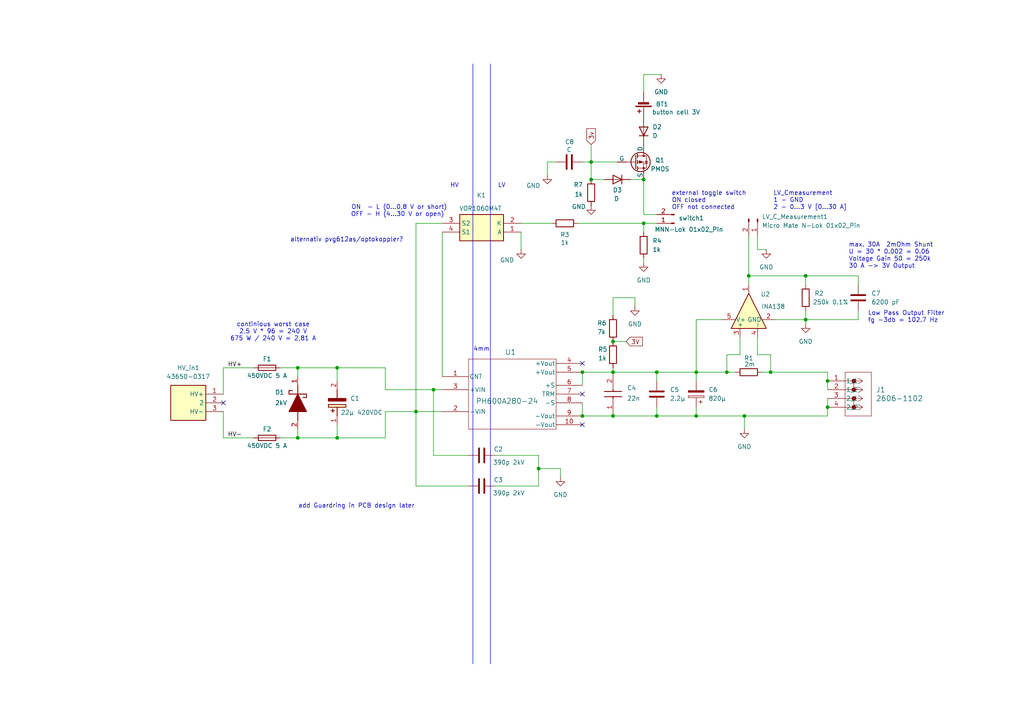
<source format=kicad_sch>
(kicad_sch (version 20231120) (generator "eeschema") (generator_version "8.0")
  (paper "A4")
  (lib_symbols
    (symbol "2024-11-18_21-41-11:PH600A280-24" (pin_names (offset 0.254))
      (property "Reference" "U" (at 20.32 -1.778 0))
      (property "Value" "PH600A280-24" (at 19.558 -6.096 0))
      (symbol "PH600A280-24_0_1"
        (polyline (pts (xy 7.62 -15.24) (xy 33.02 -15.24)) (stroke (width 0.127)))
        (polyline (pts (xy 7.62 5.08) (xy 7.62 -15.24)) (stroke (width 0.127)))
        (polyline (pts (xy 33.02 -15.24) (xy 33.02 5.08)) (stroke (width 0.127)))
        (polyline (pts (xy 33.02 5.08) (xy 7.62 5.08)) (stroke (width 0.127)))
      )
      (symbol "PH600A280-24_1_1"
        (pin input line (at 0 0 0) (length 7.62) (name "CNT") (number "1"))
        (pin power_out line (at 40.64 -13.97 180) (length 7.62) (name "-Vout") (number "10"))
        (pin power_in line (at 0 -10.16 0) (length 7.62) (name "-VIN") (number "2"))
        (pin power_in line (at 0 -3.81 0) (length 7.62) (name "+VIN") (number "3"))
        (pin power_out line (at 40.64 3.81 180) (length 7.62) (name "+Vout") (number "4"))
        (pin power_out line (at 40.64 1.27 180) (length 7.62) (name "+Vout") (number "5"))
        (pin input line (at 40.64 -2.54 180) (length 7.62) (name "+S") (number "6"))
        (pin input line (at 40.64 -5.08 180) (length 7.62) (name "TRM") (number "7"))
        (pin input line (at 40.64 -7.62 180) (length 7.62) (name "-S") (number "8"))
        (pin power_out line (at 40.64 -11.43 180) (length 7.62) (name "-Vout") (number "9"))
      )
    )
    (symbol "2024-11-26_19-54-55:2606-1102" (pin_names (offset 0.254))
      (property "Reference" "J" (at 8.89 6.35 0))
      (property "Value" "2606-1102" (at 0 0 0))
      (symbol "2606-1102_1_1"
        (polyline (pts (xy 5.08 -10.16) (xy 12.7 -10.16)) (stroke (width 0.127)))
        (polyline (pts (xy 5.08 2.54) (xy 5.08 -10.16)) (stroke (width 0.127)))
        (polyline (pts (xy 7.62 -5.08) (xy 7.62 -7.62)) (stroke (width 0.127)))
        (polyline (pts (xy 7.62 0) (xy 7.62 -2.54)) (stroke (width 0.127)))
        (polyline (pts (xy 10.16 -7.62) (xy 5.08 -7.62)) (stroke (width 0.127)))
        (polyline (pts (xy 10.16 -7.62) (xy 8.89 -8.4667)) (stroke (width 0.127)))
        (polyline (pts (xy 10.16 -7.62) (xy 8.89 -6.7733)) (stroke (width 0.127)))
        (polyline (pts (xy 10.16 -5.08) (xy 5.08 -5.08)) (stroke (width 0.127)))
        (polyline (pts (xy 10.16 -5.08) (xy 8.89 -5.9267)) (stroke (width 0.127)))
        (polyline (pts (xy 10.16 -5.08) (xy 8.89 -4.2333)) (stroke (width 0.127)))
        (polyline (pts (xy 10.16 -2.54) (xy 5.08 -2.54)) (stroke (width 0.127)))
        (polyline (pts (xy 10.16 -2.54) (xy 8.89 -3.3867)) (stroke (width 0.127)))
        (polyline (pts (xy 10.16 -2.54) (xy 8.89 -1.6933)) (stroke (width 0.127)))
        (polyline (pts (xy 10.16 0) (xy 5.08 0)) (stroke (width 0.127)))
        (polyline (pts (xy 10.16 0) (xy 8.89 -0.8467)) (stroke (width 0.127)))
        (polyline (pts (xy 10.16 0) (xy 8.89 0.8467)) (stroke (width 0.127)))
        (polyline (pts (xy 12.7 -10.16) (xy 12.7 2.54)) (stroke (width 0.127)))
        (polyline (pts (xy 12.7 2.54) (xy 5.08 2.54)) (stroke (width 0.127)))
        (circle (center 7.62 -7.62) (radius 0.127) (stroke (width 0.508)))
        (circle (center 7.62 -5.08) (radius 0.127) (stroke (width 0.508)))
        (circle (center 7.62 -2.54) (radius 0.127) (stroke (width 0.508)))
        (circle (center 7.62 0) (radius 0.127) (stroke (width 0.508)))
        (pin unspecified line (at 0 0 0) (length 5.08) (name "1_1") (number "1"))
        (pin unspecified line (at 0 -2.54 0) (length 5.08) (name "1_2") (number "2"))
        (pin unspecified line (at 0 -5.08 0) (length 5.08) (name "2_1") (number "3"))
        (pin unspecified line (at 0 -7.62 0) (length 5.08) (name "2_2") (number "4"))
      )
      (symbol "2606-1102_1_2"
        (polyline (pts (xy 5.08 -10.16) (xy 12.7 -10.16)) (stroke (width 0.127)))
        (polyline (pts (xy 5.08 2.54) (xy 5.08 -10.16)) (stroke (width 0.127)))
        (polyline (pts (xy 7.62 -5.08) (xy 7.62 -7.62)) (stroke (width 0.127)))
        (polyline (pts (xy 7.62 0) (xy 7.62 -2.54)) (stroke (width 0.127)))
        (polyline (pts (xy 10.16 -7.62) (xy 5.08 -7.62)) (stroke (width 0.127)))
        (polyline (pts (xy 10.16 -7.62) (xy 8.89 -8.4667)) (stroke (width 0.127)))
        (polyline (pts (xy 10.16 -7.62) (xy 8.89 -6.7733)) (stroke (width 0.127)))
        (polyline (pts (xy 10.16 -5.08) (xy 5.08 -5.08)) (stroke (width 0.127)))
        (polyline (pts (xy 10.16 -5.08) (xy 8.89 -5.9267)) (stroke (width 0.127)))
        (polyline (pts (xy 10.16 -5.08) (xy 8.89 -4.2333)) (stroke (width 0.127)))
        (polyline (pts (xy 10.16 -2.54) (xy 5.08 -2.54)) (stroke (width 0.127)))
        (polyline (pts (xy 10.16 -2.54) (xy 8.89 -3.3867)) (stroke (width 0.127)))
        (polyline (pts (xy 10.16 -2.54) (xy 8.89 -1.6933)) (stroke (width 0.127)))
        (polyline (pts (xy 10.16 0) (xy 5.08 0)) (stroke (width 0.127)))
        (polyline (pts (xy 10.16 0) (xy 8.89 -0.8467)) (stroke (width 0.127)))
        (polyline (pts (xy 10.16 0) (xy 8.89 0.8467)) (stroke (width 0.127)))
        (polyline (pts (xy 12.7 -10.16) (xy 12.7 2.54)) (stroke (width 0.127)))
        (polyline (pts (xy 12.7 2.54) (xy 5.08 2.54)) (stroke (width 0.127)))
        (circle (center 7.62 -7.62) (radius 0.127) (stroke (width 0.508)))
        (circle (center 7.62 -5.08) (radius 0.127) (stroke (width 0.508)))
        (circle (center 7.62 -2.54) (radius 0.127) (stroke (width 0.508)))
        (circle (center 7.62 0) (radius 0.127) (stroke (width 0.508)))
        (pin unspecified line (at 0 0 0) (length 5.08) (name "1_1") (number "1"))
        (pin unspecified line (at 0 -2.54 0) (length 5.08) (name "1_2") (number "2"))
        (pin unspecified line (at 0 -5.08 0) (length 5.08) (name "2_1") (number "3"))
        (pin unspecified line (at 0 -7.62 0) (length 5.08) (name "2_2") (number "4"))
      )
    )
    (symbol "43650-0317:43650-0317"
      (property "Reference" "J1" (at 10.16 -12.7 0))
      (property "Value" "43650-0317" (at 10.16 -10.16 0))
      (symbol "43650-0317_1_1"
        (rectangle (start 5.08 2.54) (end 15.24 -7.62) (stroke (width 0.254)) (fill (type background)))
        (pin power_out line (at 0 -5.08 0) (length 5.08) (name "HV+") (number "1"))
        (pin passive line (at 0 -2.54 0) (length 5.08) (name "2") (number "2"))
        (pin power_out line (at 0 0 0) (length 5.08) (name "HV-") (number "3"))
      )
    )
    (symbol "Amplifier_Current:INA138" (pin_names (offset 0.127))
      (property "Reference" "U" (at 3.81 5.08 0))
      (property "Value" "INA138" (at 3.81 2.54 0))
      (symbol "INA138_0_1"
        (polyline (pts (xy -5.08 5.08) (xy 5.08 0) (xy -5.08 -5.08) (xy -5.08 5.08)) (stroke (width 0.254)) (fill (type background)))
      )
      (symbol "INA138_1_1"
        (pin output line (at 7.62 0 180) (length 2.54) (name "~") (number "1"))
        (pin power_in line (at -2.54 -7.62 90) (length 3.81) (name "GND") (number "2"))
        (pin input line (at -7.62 2.54 0) (length 2.54) (name "+") (number "3"))
        (pin input line (at -7.62 -2.54 0) (length 2.54) (name "-") (number "4"))
        (pin power_in line (at -2.54 7.62 270) (length 3.81) (name "V+") (number "5"))
      )
    )
    (symbol "CD214A-R12000R:CD214A-R12000R" (pin_names hide)
      (property "Reference" "D" (at 12.7 8.89 0))
      (property "Value" "CD214A-R12000R" (at 12.7 6.35 0))
      (symbol "CD214A-R12000R_1_1"
        (polyline (pts (xy 5.08 0) (xy 7.62 0)) (stroke (width 0.254)))
        (polyline (pts (xy 6.604 -1.524) (xy 6.604 -2.54)) (stroke (width 0.254)))
        (polyline (pts (xy 7.62 -2.54) (xy 6.604 -2.54)) (stroke (width 0.254)))
        (polyline (pts (xy 7.62 2.54) (xy 7.62 -2.54)) (stroke (width 0.254)))
        (polyline (pts (xy 7.62 2.54) (xy 8.636 2.54)) (stroke (width 0.254)))
        (polyline (pts (xy 8.636 1.524) (xy 8.636 2.54)) (stroke (width 0.254)))
        (polyline (pts (xy 12.7 0) (xy 15.24 0)) (stroke (width 0.254)))
        (polyline (pts (xy 7.62 0) (xy 12.7 2.54) (xy 12.7 -2.54) (xy 7.62 0)) (stroke (width 0.254)) (fill (type outline)))
        (pin passive line (at 2.54 0 0) (length 2.54) (name "K") (number "1"))
        (pin passive line (at 17.78 0 180) (length 2.54) (name "A") (number "2"))
      )
    )
    (symbol "Connector:Conn_01x02_Pin" (pin_names (offset 1.016) hide)
      (property "Reference" "J" (at 0 2.54 0))
      (property "Value" "Conn_01x02_Pin" (at 0 -5.08 0))
      (symbol "Conn_01x02_Pin_1_1"
        (polyline (pts (xy 1.27 -2.54) (xy 0.8636 -2.54)) (stroke (width 0.1524)))
        (polyline (pts (xy 1.27 0) (xy 0.8636 0)) (stroke (width 0.1524)))
        (rectangle (start 0.8636 -2.413) (end 0 -2.667) (stroke (width 0.1524)) (fill (type outline)))
        (rectangle (start 0.8636 0.127) (end 0 -0.127) (stroke (width 0.1524)) (fill (type outline)))
        (pin passive line (at 5.08 0 180) (length 3.81) (name "Pin_1") (number "1"))
        (pin passive line (at 5.08 -2.54 180) (length 3.81) (name "Pin_2") (number "2"))
      )
    )
    (symbol "Device:Battery_Cell" (pin_numbers hide) (pin_names (offset 0) hide)
      (property "Reference" "BT" (at 2.54 2.54 0))
      (property "Value" "Battery_Cell" (at 2.54 0 0))
      (symbol "Battery_Cell_0_1"
        (rectangle (start -2.286 1.778) (end 2.286 1.524) (fill (type outline)))
        (rectangle (start -1.524 1.016) (end 1.524 0.508) (fill (type outline)))
        (polyline (pts (xy 0 0.762) (xy 0 0)))
        (polyline (pts (xy 0 1.778) (xy 0 2.54)))
        (polyline (pts (xy 0.762 3.048) (xy 1.778 3.048)) (stroke (width 0.254)))
        (polyline (pts (xy 1.27 3.556) (xy 1.27 2.54)) (stroke (width 0.254)))
      )
      (symbol "Battery_Cell_1_1"
        (pin passive line (at 0 5.08 270) (length 2.54) (name "+") (number "1"))
        (pin passive line (at 0 -2.54 90) (length 2.54) (name "-") (number "2"))
      )
    )
    (symbol "Device:C" (pin_numbers hide) (pin_names (offset 0.254))
      (property "Reference" "C" (at 0.635 2.54 0))
      (property "Value" "C" (at 0.635 -2.54 0))
      (symbol "C_0_1"
        (polyline (pts (xy -2.032 -0.762) (xy 2.032 -0.762)) (stroke (width 0.508)))
        (polyline (pts (xy -2.032 0.762) (xy 2.032 0.762)) (stroke (width 0.508)))
      )
      (symbol "C_1_1"
        (pin passive line (at 0 3.81 270) (length 2.794) (name "~") (number "1"))
        (pin passive line (at 0 -3.81 90) (length 2.794) (name "~") (number "2"))
      )
    )
    (symbol "Device:C_Polarized" (pin_numbers hide) (pin_names (offset 0.254))
      (property "Reference" "C" (at 0.635 2.54 0))
      (property "Value" "C_Polarized" (at 0.635 -2.54 0))
      (symbol "C_Polarized_0_1"
        (rectangle (start -2.286 0.508) (end 2.286 1.016))
        (polyline (pts (xy -1.778 2.286) (xy -0.762 2.286)))
        (polyline (pts (xy -1.27 2.794) (xy -1.27 1.778)))
        (rectangle (start 2.286 -0.508) (end -2.286 -1.016) (fill (type outline)))
      )
      (symbol "C_Polarized_1_1"
        (pin passive line (at 0 3.81 270) (length 2.794) (name "~") (number "1"))
        (pin passive line (at 0 -3.81 90) (length 2.794) (name "~") (number "2"))
      )
    )
    (symbol "Device:D" (pin_numbers hide) (pin_names (offset 1.016) hide)
      (property "Reference" "D" (at 0 2.54 0))
      (property "Value" "D" (at 0 -2.54 0))
      (symbol "D_0_1"
        (polyline (pts (xy -1.27 1.27) (xy -1.27 -1.27)) (stroke (width 0.254)))
        (polyline (pts (xy 1.27 0) (xy -1.27 0)))
        (polyline (pts (xy 1.27 1.27) (xy 1.27 -1.27) (xy -1.27 0) (xy 1.27 1.27)) (stroke (width 0.254)))
      )
      (symbol "D_1_1"
        (pin passive line (at -3.81 0 0) (length 2.54) (name "K") (number "1"))
        (pin passive line (at 3.81 0 180) (length 2.54) (name "A") (number "2"))
      )
    )
    (symbol "Device:Fuse" (pin_numbers hide) (pin_names (offset 0))
      (property "Reference" "F" (at 2.032 0 90))
      (property "Value" "Fuse" (at -1.905 0 90))
      (symbol "Fuse_0_1"
        (rectangle (start -0.762 -2.54) (end 0.762 2.54) (stroke (width 0.254)))
        (polyline (pts (xy 0 2.54) (xy 0 -2.54)))
      )
      (symbol "Fuse_1_1"
        (pin passive line (at 0 3.81 270) (length 1.27) (name "~") (number "1"))
        (pin passive line (at 0 -3.81 90) (length 1.27) (name "~") (number "2"))
      )
    )
    (symbol "Device:R" (pin_numbers hide) (pin_names (offset 0))
      (property "Reference" "R" (at 2.032 0 90))
      (property "Value" "R" (at 0 0 90))
      (symbol "R_0_1"
        (rectangle (start -1.016 -2.54) (end 1.016 2.54) (stroke (width 0.254)))
      )
      (symbol "R_1_1"
        (pin passive line (at 0 3.81 270) (length 1.27) (name "~") (number "1"))
        (pin passive line (at 0 -3.81 90) (length 1.27) (name "~") (number "2"))
      )
    )
    (symbol "ECW-U2223JC9:ECW-U2223JC9" (pin_names hide)
      (property "Reference" "C" (at 8.89 6.35 0))
      (property "Value" "ECW-U2223JC9" (at 8.89 3.81 0))
      (symbol "ECW-U2223JC9_1_1"
        (polyline (pts (xy 5.08 0) (xy 5.588 0)) (stroke (width 0.254)))
        (polyline (pts (xy 5.588 2.54) (xy 5.588 -2.54)) (stroke (width 0.254)))
        (polyline (pts (xy 7.112 0) (xy 7.62 0)) (stroke (width 0.254)))
        (polyline (pts (xy 7.112 2.54) (xy 7.112 -2.54)) (stroke (width 0.254)))
        (pin passive line (at 0 0 0) (length 5.08) (name "1") (number "1"))
        (pin passive line (at 12.7 0 180) (length 5.08) (name "2") (number "2"))
      )
    )
    (symbol "Simulation_SPICE:PMOS" (pin_numbers hide) (pin_names (offset 0))
      (property "Reference" "Q" (at 5.08 1.27 0))
      (property "Value" "PMOS" (at 5.08 -1.27 0))
      (symbol "PMOS_0_1"
        (polyline (pts (xy 0.254 0) (xy -2.54 0)))
        (polyline (pts (xy 0.254 1.905) (xy 0.254 -1.905)) (stroke (width 0.254)))
        (polyline (pts (xy 0.762 -1.27) (xy 0.762 -2.286)) (stroke (width 0.254)))
        (polyline (pts (xy 0.762 0.508) (xy 0.762 -0.508)) (stroke (width 0.254)))
        (polyline (pts (xy 0.762 2.286) (xy 0.762 1.27)) (stroke (width 0.254)))
        (polyline (pts (xy 2.54 2.54) (xy 2.54 1.778)))
        (polyline (pts (xy 2.54 -2.54) (xy 2.54 0) (xy 0.762 0)))
        (polyline (pts (xy 0.762 1.778) (xy 3.302 1.778) (xy 3.302 -1.778) (xy 0.762 -1.778)))
        (polyline (pts (xy 2.286 0) (xy 1.27 0.381) (xy 1.27 -0.381) (xy 2.286 0)) (fill (type outline)))
        (polyline (pts (xy 2.794 -0.508) (xy 2.921 -0.381) (xy 3.683 -0.381) (xy 3.81 -0.254)))
        (polyline (pts (xy 3.302 -0.381) (xy 2.921 0.254) (xy 3.683 0.254) (xy 3.302 -0.381)))
        (circle (center 1.651 0) (radius 2.794) (stroke (width 0.254)))
        (circle (center 2.54 -1.778) (radius 0.254) (fill (type outline)))
        (circle (center 2.54 1.778) (radius 0.254) (fill (type outline)))
      )
      (symbol "PMOS_1_1"
        (pin passive line (at 2.54 5.08 270) (length 2.54) (name "D") (number "1"))
        (pin input line (at -5.08 0 0) (length 2.54) (name "G") (number "2"))
        (pin passive line (at 2.54 -5.08 90) (length 2.54) (name "S") (number "3"))
      )
    )
    (symbol "UCYW6220MHD:UCYW6220MHD" (pin_names hide)
      (property "Reference" "C" (at 8.89 6.35 0))
      (property "Value" "UCYW6220MHD" (at 8.89 3.81 0))
      (symbol "UCYW6220MHD_1_1"
        (polyline (pts (xy 2.54 0) (xy 5.08 0)) (stroke (width 0.254)))
        (polyline (pts (xy 4.064 1.778) (xy 4.064 0.762)) (stroke (width 0.254)))
        (polyline (pts (xy 4.572 1.27) (xy 3.556 1.27)) (stroke (width 0.254)))
        (polyline (pts (xy 7.62 0) (xy 10.16 0)) (stroke (width 0.254)))
        (polyline (pts (xy 7.62 2.54) (xy 7.62 -2.54) (xy 6.858 -2.54) (xy 6.858 2.54) (xy 7.62 2.54)) (stroke (width 0.254)) (fill (type outline)))
        (rectangle (start 5.08 2.54) (end 5.842 -2.54) (stroke (width 0.254)) (fill (type background)))
        (pin passive line (at 0 0 0) (length 2.54) (name "+") (number "1"))
        (pin passive line (at 12.7 0 180) (length 2.54) (name "-") (number "2"))
      )
    )
    (symbol "VOR1060M4T:VOR1060M4T"
      (property "Reference" "K" (at 19.05 7.62 0))
      (property "Value" "VOR1060M4T" (at 19.05 5.08 0))
      (symbol "VOR1060M4T_1_1"
        (rectangle (start 5.08 2.54) (end 17.78 -5.08) (stroke (width 0.254)) (fill (type background)))
        (pin passive line (at 0 0 0) (length 5.08) (name "A") (number "1"))
        (pin passive line (at 0 -2.54 0) (length 5.08) (name "K") (number "2"))
        (pin passive line (at 22.86 -2.54 180) (length 5.08) (name "S2") (number "3"))
        (pin passive line (at 22.86 0 180) (length 5.08) (name "S1") (number "4"))
      )
    )
    (symbol "power:GND" (power) (pin_numbers hide) (pin_names (offset 0) hide)
      (property "Value" "GND" (at 0 -3.81 0))
      (symbol "GND_0_1"
        (polyline (pts (xy 0 0) (xy 0 -1.27) (xy 1.27 -1.27) (xy 0 -2.54) (xy -1.27 -1.27) (xy 0 -1.27)))
      )
      (symbol "GND_1_1"
        (pin power_in line (at 0 0 270) (length 0) (name "~") (number "1"))
      )
    )
  )
  (junction (at 168.91 107.95))
  (junction (at 240.03 110.49))
  (junction (at 171.45 52.07))
  (junction (at 186.69 64.77))
  (junction (at 171.45 46.99))
  (junction (at 210.82 107.95))
  (junction (at 223.52 107.95))
  (junction (at 215.9 120.65))
  (junction (at 201.93 120.65))
  (junction (at 86.36 106.68))
  (junction (at 233.68 92.71))
  (junction (at 177.8 107.95))
  (junction (at 125.73 113.03))
  (junction (at 177.8 120.65))
  (junction (at 240.03 118.11))
  (junction (at 156.21 135.89))
  (junction (at 190.5 120.65))
  (junction (at 186.69 52.07))
  (junction (at 97.79 127))
  (junction (at 201.93 107.95))
  (junction (at 177.8 99.06))
  (junction (at 190.5 107.95))
  (junction (at 217.17 80.01))
  (junction (at 97.79 106.68))
  (junction (at 120.65 119.38))
  (junction (at 168.91 120.65))
  (junction (at 233.68 80.01))
  (junction (at 86.36 127))
  (no_connect (at 64.77 116.84))
  (no_connect (at 168.91 114.3))
  (no_connect (at 168.91 105.41))
  (no_connect (at 168.91 123.19))
  (wire (pts (xy 215.9 120.65) (xy 215.9 124.46)))
  (wire (pts (xy 111.76 127) (xy 111.76 119.38)))
  (wire (pts (xy 97.79 110.49) (xy 97.79 106.68)))
  (wire (pts (xy 201.93 120.65) (xy 215.9 120.65)))
  (wire (pts (xy 186.69 67.31) (xy 186.69 64.77)))
  (wire (pts (xy 120.65 140.97) (xy 120.65 119.38)))
  (wire (pts (xy 201.93 92.71) (xy 209.55 92.71)))
  (wire (pts (xy 86.36 124.46) (xy 86.36 127)))
  (wire (pts (xy 81.28 106.68) (xy 86.36 106.68)))
  (wire (pts (xy 240.03 118.11) (xy 240.03 120.65)))
  (wire (pts (xy 97.79 106.68) (xy 111.76 106.68)))
  (wire (pts (xy 223.52 107.95) (xy 240.03 107.95)))
  (wire (pts (xy 168.91 107.95) (xy 168.91 111.76)))
  (wire (pts (xy 158.75 46.99) (xy 158.75 50.8)))
  (wire (pts (xy 111.76 119.38) (xy 120.65 119.38)))
  (wire (pts (xy 201.93 92.71) (xy 201.93 107.95)))
  (wire (pts (xy 214.63 97.79) (xy 214.63 102.87)))
  (wire (pts (xy 214.63 102.87) (xy 210.82 102.87)))
  (wire (pts (xy 171.45 41.91) (xy 171.45 46.99)))
  (wire (pts (xy 135.89 140.97) (xy 120.65 140.97)))
  (wire (pts (xy 151.13 64.77) (xy 160.02 64.77)))
  (polyline (pts (xy 137.16 18.542) (xy 137.16 192.532)))
  (wire (pts (xy 177.8 99.06) (xy 181.61 99.06)))
  (wire (pts (xy 151.13 67.31) (xy 151.13 72.39)))
  (wire (pts (xy 215.9 120.65) (xy 240.03 120.65)))
  (wire (pts (xy 168.91 46.99) (xy 171.45 46.99)))
  (wire (pts (xy 223.52 102.87) (xy 223.52 107.95)))
  (wire (pts (xy 233.68 80.01) (xy 248.92 80.01)))
  (wire (pts (xy 190.5 120.65) (xy 201.93 120.65)))
  (wire (pts (xy 81.28 127) (xy 86.36 127)))
  (wire (pts (xy 162.56 135.89) (xy 156.21 135.89)))
  (wire (pts (xy 86.36 106.68) (xy 97.79 106.68)))
  (wire (pts (xy 171.45 46.99) (xy 171.45 52.07)))
  (wire (pts (xy 186.69 62.23) (xy 190.5 62.23)))
  (wire (pts (xy 186.69 52.07) (xy 186.69 62.23)))
  (wire (pts (xy 120.65 64.77) (xy 120.65 119.38)))
  (wire (pts (xy 190.5 107.95) (xy 190.5 110.49)))
  (wire (pts (xy 156.21 132.08) (xy 143.51 132.08)))
  (wire (pts (xy 224.79 92.71) (xy 233.68 92.71)))
  (wire (pts (xy 168.91 120.65) (xy 177.8 120.65)))
  (wire (pts (xy 190.5 118.11) (xy 190.5 120.65)))
  (wire (pts (xy 219.71 102.87) (xy 223.52 102.87)))
  (wire (pts (xy 217.17 80.01) (xy 217.17 82.55)))
  (wire (pts (xy 64.77 127) (xy 73.66 127)))
  (wire (pts (xy 158.75 46.99) (xy 161.29 46.99)))
  (wire (pts (xy 171.45 52.07) (xy 175.26 52.07)))
  (wire (pts (xy 156.21 135.89) (xy 156.21 140.97)))
  (wire (pts (xy 248.92 82.55) (xy 248.92 80.01)))
  (wire (pts (xy 184.15 86.36) (xy 184.15 88.9)))
  (wire (pts (xy 210.82 102.87) (xy 210.82 107.95)))
  (wire (pts (xy 162.56 138.43) (xy 162.56 135.89)))
  (wire (pts (xy 248.92 92.71) (xy 233.68 92.71)))
  (wire (pts (xy 219.71 97.79) (xy 219.71 102.87)))
  (wire (pts (xy 97.79 123.19) (xy 97.79 127)))
  (wire (pts (xy 177.8 107.95) (xy 190.5 107.95)))
  (wire (pts (xy 111.76 113.03) (xy 125.73 113.03)))
  (wire (pts (xy 186.69 74.93) (xy 186.69 76.2)))
  (wire (pts (xy 120.65 119.38) (xy 128.27 119.38)))
  (wire (pts (xy 182.88 52.07) (xy 186.69 52.07)))
  (wire (pts (xy 201.93 118.11) (xy 201.93 120.65)))
  (wire (pts (xy 233.68 92.71) (xy 233.68 90.17)))
  (wire (pts (xy 156.21 132.08) (xy 156.21 135.89)))
  (wire (pts (xy 186.69 64.77) (xy 190.5 64.77)))
  (wire (pts (xy 177.8 91.44) (xy 177.8 86.36)))
  (wire (pts (xy 220.98 107.95) (xy 223.52 107.95)))
  (wire (pts (xy 248.92 90.17) (xy 248.92 92.71)))
  (wire (pts (xy 219.71 68.58) (xy 219.71 72.39)))
  (wire (pts (xy 240.03 107.95) (xy 240.03 110.49)))
  (wire (pts (xy 233.68 80.01) (xy 217.17 80.01)))
  (polyline (pts (xy 142.24 18.542) (xy 142.24 192.532)))
  (wire (pts (xy 177.8 86.36) (xy 184.15 86.36)))
  (wire (pts (xy 86.36 127) (xy 97.79 127)))
  (wire (pts (xy 186.69 21.59) (xy 186.69 26.67)))
  (wire (pts (xy 135.89 132.08) (xy 125.73 132.08)))
  (wire (pts (xy 128.27 67.31) (xy 128.27 109.22)))
  (wire (pts (xy 240.03 115.57) (xy 240.03 118.11)))
  (wire (pts (xy 125.73 113.03) (xy 128.27 113.03)))
  (wire (pts (xy 128.27 64.77) (xy 120.65 64.77)))
  (wire (pts (xy 240.03 110.49) (xy 240.03 113.03)))
  (wire (pts (xy 201.93 107.95) (xy 210.82 107.95)))
  (wire (pts (xy 111.76 106.68) (xy 111.76 113.03)))
  (wire (pts (xy 219.71 72.39) (xy 222.25 72.39)))
  (wire (pts (xy 217.17 68.58) (xy 217.17 80.01)))
  (wire (pts (xy 97.79 127) (xy 111.76 127)))
  (wire (pts (xy 64.77 119.38) (xy 64.77 127)))
  (wire (pts (xy 167.64 64.77) (xy 186.69 64.77)))
  (wire (pts (xy 210.82 107.95) (xy 213.36 107.95)))
  (wire (pts (xy 171.45 46.99) (xy 179.07 46.99)))
  (wire (pts (xy 233.68 80.01) (xy 233.68 82.55)))
  (wire (pts (xy 86.36 106.68) (xy 86.36 109.22)))
  (wire (pts (xy 190.5 107.95) (xy 201.93 107.95)))
  (wire (pts (xy 64.77 106.68) (xy 73.66 106.68)))
  (wire (pts (xy 177.8 106.68) (xy 177.8 107.95)))
  (wire (pts (xy 177.8 120.65) (xy 190.5 120.65)))
  (wire (pts (xy 143.51 140.97) (xy 156.21 140.97)))
  (wire (pts (xy 64.77 106.68) (xy 64.77 114.3)))
  (wire (pts (xy 233.68 92.71) (xy 233.68 93.98)))
  (wire (pts (xy 186.69 21.59) (xy 191.77 21.59)))
  (wire (pts (xy 168.91 116.84) (xy 168.91 120.65)))
  (wire (pts (xy 125.73 132.08) (xy 125.73 113.03)))
  (wire (pts (xy 168.91 107.95) (xy 177.8 107.95)))
  (wire (pts (xy 201.93 107.95) (xy 201.93 110.49)))
  (text "alternativ pvg612as/optokoppler?" (at 100.584 69.596 0) (effects (font (size 1.27 1.27))))
  (text " ON  - L (0...0,8 V or short)\nOFF - H (4...30 V or open)" (at 115.316 61.214 0) (effects (font (size 1.27 1.27))))
  (text "add Guardring in PCB design later" (at 103.378 146.812 0) (effects (font (size 1.27 1.27))))
  (text "max. 30A  2mOhm Shunt \nU = 30 * 0.002 = 0.06\nVoltage Gain 50 = 250k\n30 A -> 3V Output\n" (at 246.126 74.168 0) (effects (font (size 1.27 1.27)) (justify left)))
  (text "external toggle switch\nON closed \nOFF not connected" (at 194.818 58.166 0) (effects (font (size 1.27 1.27)) (justify left)))
  (text "Low Pass Output Filter\nfg -3db = 102.7 Hz" (at 251.714 91.948 0) (effects (font (size 1.27 1.27)) (justify left)))
  (text "continious worst case\n2,5 V * 96 = 240 V\n675 W / 240 V = 2,81 A\n\n\n" (at 79.248 98.298 0) (effects (font (size 1.27 1.27))))
  (text "LV" (at 145.542 53.848 0) (effects (font (size 1.27 1.27))))
  (text "4mm" (at 139.7 101.346 0) (effects (font (size 1.27 1.27))))
  (text "HV" (at 131.826 53.848 0) (effects (font (size 1.27 1.27))))
  (text "LV_Cmeasurement\n1 - GND\n2 - 0...3 V [0...30 A]" (at 224.282 58.166 0) (effects (font (size 1.27 1.27)) (justify left)))
  (label "HV+" (at 66.04 106.68 0))
  (label "HV-" (at 66.04 127 0))
  (global_label "3v" (shape input) (at 171.45 41.91 90) (property "Intersheetrefs" "${INTERSHEET_REFS}" (effects (hide yes))))
  (global_label "3V" (shape input) (at 181.61 99.06 0) (property "Intersheetrefs" "${INTERSHEET_REFS}" (effects (hide yes))))
  (symbol (lib_id "Simulation_SPICE:PMOS") (at 184.15 46.99 0) (unit 1)
    (property "Reference" "Q1" (at 189.992 46.482 0) (effects (justify left)))
    (property "Value" "PMOS" (at 188.722 49.022 0) (effects (justify left)))
    (property "Datasheet" "https://ngspice.sourceforge.io/docs/ngspice-html-manual/manual.xhtml#cha_MOSFETs" (effects (hide yes)))
    (property "Description" "P-MOSFET transistor, drain/source/gate" (effects (hide yes)))
    (property "Sim.Device" "PMOS" (effects (hide yes)))
    (property "Sim.Type" "VDMOS" (effects (hide yes)))
    (property "Sim.Pins" "1=D 2=G 3=S" (effects (hide yes)))
  )
  (symbol (lib_id "power:GND") (at 222.25 72.39 0) (unit 1)
    (property "Reference" "#PWR03" (effects (hide yes)))
    (property "Value" "GND" (at 222.25 77.47 0))
    (property "Description" "Power symbol creates a global label with name \"GND\" , ground" (effects (hide yes)))
  )
  (symbol (lib_id "power:GND") (at 215.9 124.46 0) (unit 1)
    (property "Reference" "#PWR01" (effects (hide yes)))
    (property "Value" "GND" (at 215.9 129.54 0))
    (property "Description" "Power symbol creates a global label with name \"GND\" , ground" (effects (hide yes)))
  )
  (symbol (lib_id "Connector:Conn_01x02_Pin") (at 219.71 63.5 270) (unit 1)
    (property "Reference" "LV_C_Measurement1" (at 220.98 62.8649 90) (effects (justify left)))
    (property "Value" "Micro Mate N-Lok 01x02_Pin" (at 220.98 65.4049 90) (effects (justify left)))
    (property "Footprint" "Connector_Molex:Molex_Micro-Fit_3.0_43650-0224_1x02-1MP_P3.00mm_Vertical" (effects (hide yes)))
    (property "Description" "Generic connector, single row, 01x02, script generated" (effects (hide yes)))
  )
  (symbol (lib_id "VOR1060M4T:VOR1060M4T") (at 151.13 67.31 180) (unit 1)
    (property "Reference" "K1" (at 140.97 56.642 0) (effects (justify left)))
    (property "Value" "VOR1060M4T" (at 145.542 60.452 0) (effects (justify left)))
    (property "Footprint" "VOR1060M4T" (effects (hide yes)))
    (property "Datasheet" "https://www.vishay.com/docs/80406/vor1060m4.pdf" (effects (hide yes)))
    (property "Description" "Solid State Relays - PCB Mount 1 Form A Solid State Relay SOP-4 Package - Loads up to 600 V" (effects (hide yes)))
    (property "Height" "2.38" (effects (hide yes)))
    (property "Mouser Part Number" "78-VOR1060M4T" (effects (hide yes)))
    (property "Mouser Price/Stock" "https://www.mouser.co.uk/ProductDetail/Vishay/VOR1060M4T?qs=iLKYxzqNS74u7SR47gH6qg%3D%3D" (effects (hide yes)))
    (property "Manufacturer_Name" "Vishay" (effects (hide yes)))
    (property "Manufacturer_Part_Number" "VOR1060M4T" (effects (hide yes)))
  )
  (symbol (lib_id "Device:C") (at 139.7 132.08 270) (unit 1)
    (property "Reference" "C2" (at 144.526 130.302 90))
    (property "Value" "390p 2kV" (at 147.574 134.112 90))
    (property "Footprint" "Capacitor_SMD:C_1812_4532Metric" (effects (hide yes)))
    (property "Datasheet" "https://www.mouser.de/datasheet/2/447/KEM_C1009_C0G_HV_SMD-3316207.pdf" (effects (hide yes)))
    (property "Description" "Unpolarized capacitor" (effects (hide yes)))
  )
  (symbol (lib_id "Device:R") (at 171.45 55.88 0) (unit 1)
    (property "Reference" "R7" (at 166.37 53.594 0) (effects (justify left)))
    (property "Value" "1k" (at 166.624 56.388 0) (effects (justify left)))
    (property "Footprint" "Resistor_SMD:R_0603_1608Metric" (effects (hide yes)))
    (property "Description" "Resistor" (effects (hide yes)))
  )
  (symbol (lib_id "UCYW6220MHD:UCYW6220MHD") (at 97.79 123.19 90) (unit 1)
    (property "Reference" "C1" (at 101.6 115.5699 90) (effects (justify right)))
    (property "Value" "22µ 420VDC" (at 98.806 119.634 90) (effects (justify right)))
    (property "Footprint" "CAPPRD500W60D1275H2200" (effects (hide yes)))
    (property "Datasheet" "https://www.mouser.de/datasheet/2/293/e_ucy-3082387.pdf" (effects (hide yes)))
    (property "Description" "Aluminum Electrolytic Capacitors - Radial Leaded 22uF 420 Volts 20% AEC-Q200" (effects (hide yes)))
    (property "Height" "22" (effects (hide yes)))
    (property "Mouser Part Number" "647-UCYW6220MHD" (effects (hide yes)))
    (property "Mouser Price/Stock" "https://www.mouser.co.uk/ProductDetail/Nichicon/UCYW6220MHD?qs=Ajmft%252BTTukGIZ9yLplXgMQ%3D%3D" (effects (hide yes)))
    (property "Manufacturer_Name" "Nichicon" (effects (hide yes)))
    (property "Manufacturer_Part_Number" "UCYW6220MHD" (effects (hide yes)))
  )
  (symbol (lib_id "Device:Fuse") (at 77.47 127 90) (unit 1)
    (property "Reference" "F2" (at 77.47 124.46 90))
    (property "Value" "450VDC 5 A" (at 77.47 129.286 90))
    (property "Footprint" "footprints:0ACG5000TE" (effects (hide yes)))
    (property "Datasheet" "https://www.mouser.de/datasheet/2/643/ds_CP_0ACG_series-2000946.pdf" (effects (hide yes)))
    (property "Description" "Fuse" (effects (hide yes)))
  )
  (symbol (lib_id "power:GND") (at 233.68 93.98 0) (unit 1)
    (property "Reference" "#PWR02" (effects (hide yes)))
    (property "Value" "GND" (at 233.68 99.06 0))
    (property "Description" "Power symbol creates a global label with name \"GND\" , ground" (effects (hide yes)))
  )
  (symbol (lib_id "CD214A-R12000R:CD214A-R12000R") (at 86.36 106.68 270) (unit 1)
    (property "Reference" "D1" (at 79.756 113.792 90) (effects (justify left)))
    (property "Value" "2kV" (at 79.756 116.84 90) (effects (justify left)))
    (property "Footprint" "CD214AR12000R" (effects (hide yes)))
    (property "Datasheet" "https://www.bourns.com/docs/product-datasheets/CD214A-R12000R.pdf" (effects (hide yes)))
    (property "Description" "Schottky Diodes & Rectifiers 1.0A 2000V SMA" (effects (hide yes)))
    (property "Height" "1.16" (effects (hide yes)))
    (property "Mouser Part Number" "652-CD214A-R12000R" (effects (hide yes)))
    (property "Mouser Price/Stock" "https://www.mouser.co.uk/ProductDetail/Bourns/CD214A-R12000R?qs=GBLSl2Akirt52tUa7ctYiQ%3D%3D" (effects (hide yes)))
    (property "Manufacturer_Name" "Bourns" (effects (hide yes)))
    (property "Manufacturer_Part_Number" "CD214A-R12000R" (effects (hide yes)))
  )
  (symbol (lib_id "Device:C") (at 248.92 86.36 0) (unit 1)
    (property "Reference" "C7" (at 252.73 85.0899 0) (effects (justify left)))
    (property "Value" "6200 pF" (at 252.73 87.6299 0) (effects (justify left)))
    (property "Footprint" "Capacitor_SMD:C_0805_2012Metric" (effects (hide yes)))
    (property "Datasheet" "https://www.mouser.de/datasheet/2/447/KEM_C1007_X8R_ULTRA_150C_SMD-3316375.pdf" (effects (hide yes)))
    (property "Description" "Unpolarized capacitor" (effects (hide yes)))
  )
  (symbol (lib_id "Device:Fuse") (at 77.47 106.68 90) (unit 1)
    (property "Reference" "F1" (at 77.47 104.14 90))
    (property "Value" "450VDC 5 A" (at 77.47 108.966 90))
    (property "Footprint" "footprints:0ACG5000TE" (effects (hide yes)))
    (property "Datasheet" "https://www.mouser.de/datasheet/2/643/ds_CP_0ACG_series-2000946.pdf" (effects (hide yes)))
    (property "Description" "Fuse" (effects (hide yes)))
  )
  (symbol (lib_id "2024-11-26_19-54-55:2606-1102") (at 240.03 110.49 0) (unit 1)
    (property "Reference" "J1" (at 254 113.0299 0) (effects (font (size 1.524 1.524)) (justify left)))
    (property "Value" "2606-1102" (at 254 115.5699 0) (effects (font (size 1.524 1.524)) (justify left)))
    (property "Footprint" "CONN2_2606-1102_WAG" (effects (hide yes)))
    (property "Datasheet" "https://www.wago.com/de/leiterplattenanschluss/leiterplattenklemme/p/2606-1102" (effects (hide yes)))
  )
  (symbol (lib_id "Device:C_Polarized") (at 201.93 114.3 180) (unit 1)
    (property "Reference" "C6" (at 205.486 113.03 0) (effects (justify right)))
    (property "Value" "820µ" (at 205.486 115.57 0) (effects (justify right)))
    (property "Footprint" "Capacitor_THT:CP_Radial_D16.0mm_P7.50mm" (effects (hide yes)))
    (property "Datasheet" "https://www.mouser.de/datasheet/2/420/7964717934d9b174c3ba48-1210810.pdf" (effects (hide yes)))
    (property "Description" "Polarized capacitor" (effects (hide yes)))
  )
  (symbol (lib_id "Device:D") (at 186.69 38.1 90) (unit 1)
    (property "Reference" "D2" (at 189.23 36.8299 90) (effects (justify right)))
    (property "Value" "D" (at 189.23 39.3699 90) (effects (justify right)))
    (property "Description" "Diode" (effects (hide yes)))
    (property "Sim.Device" "D" (effects (hide yes)))
    (property "Sim.Pins" "1=K 2=A" (effects (hide yes)))
  )
  (symbol (lib_id "Device:R") (at 177.8 102.87 180) (unit 1)
    (property "Reference" "R5" (at 173.482 101.346 0) (effects (justify right)))
    (property "Value" "1k" (at 173.482 103.886 0) (effects (justify right)))
    (property "Description" "Resistor" (effects (hide yes)))
  )
  (symbol (lib_id "power:GND") (at 184.15 88.9 0) (unit 1)
    (property "Reference" "#PWR09" (effects (hide yes)))
    (property "Value" "GND" (at 184.15 93.98 0))
    (property "Description" "Power symbol creates a global label with name \"GND\" , ground" (effects (hide yes)))
  )
  (symbol (lib_id "power:GND") (at 191.77 21.59 0) (unit 1)
    (property "Reference" "#PWR08" (effects (hide yes)))
    (property "Value" "GND" (at 191.77 26.67 0))
    (property "Description" "Power symbol creates a global label with name \"GND\" , ground" (effects (hide yes)))
  )
  (symbol (lib_id "Device:C") (at 165.1 46.99 270) (unit 1)
    (property "Reference" "C8" (at 163.83 41.148 90) (effects (justify left)))
    (property "Value" "C" (at 164.338 43.434 90) (effects (justify left)))
    (property "Description" "Unpolarized capacitor" (effects (hide yes)))
  )
  (symbol (lib_id "ECW-U2223JC9:ECW-U2223JC9") (at 177.8 120.65 90) (unit 1)
    (property "Reference" "C4" (at 181.864 112.522 90) (effects (justify right)))
    (property "Value" "22n" (at 181.864 115.57 90) (effects (justify right)))
    (property "Footprint" "ECHU_E1_E2_E3_E3a_4" (effects (hide yes)))
    (property "Datasheet" "https://componentsearchengine.com/Datasheets/1/ECW-U2223JC9.pdf" (effects (hide yes)))
    (property "Description" "Plastic Film Capacitor, Stacked metallized PPS film as dielectric with simple mold-less construction" (effects (hide yes)))
    (property "Mouser Part Number" "667-ECW-U2223JC9" (effects (hide yes)))
    (property "Mouser Price/Stock" "https://www.mouser.com/Search/Refine.aspx?Keyword=667-ECW-U2223JC9" (effects (hide yes)))
    (property "Manufacturer_Name" "Panasonic" (effects (hide yes)))
    (property "Manufacturer_Part_Number" "ECW-U2223JC9" (effects (hide yes)))
  )
  (symbol (lib_id "Device:R") (at 217.17 107.95 90) (unit 1)
    (property "Reference" "R1" (at 217.17 103.886 90))
    (property "Value" "2m" (at 217.424 105.664 90))
    (property "Footprint" "Resistor_SMD:R_2512_6332Metric" (effects (hide yes)))
    (property "Datasheet" "https://www.mouser.de/datasheet/2/54/css2h_2512-1862180.pdf" (effects (hide yes)))
    (property "Description" "Resistor" (effects (hide yes)))
  )
  (symbol (lib_id "Connector:Conn_01x02_Pin") (at 195.58 64.77 180) (unit 1)
    (property "Reference" "switch1" (at 204.216 63.246 0) (effects (justify left)))
    (property "Value" "MNN-Lok 01x02_Pin" (at 209.804 66.548 0) (effects (justify left)))
    (property "Footprint" "Connector_Molex:Molex_Micro-Fit_3.0_43650-0224_1x02-1MP_P3.00mm_Vertical" (effects (hide yes)))
    (property "Description" "Generic connector, single row, 01x02, script generated" (effects (hide yes)))
  )
  (symbol (lib_id "Device:Battery_Cell") (at 186.69 29.21 180) (unit 1)
    (property "Reference" "BT1" (at 192.024 30.226 0))
    (property "Value" "button cell 3V" (at 196.088 32.512 0))
    (property "Description" "Single-cell battery" (effects (hide yes)))
  )
  (symbol (lib_id "Device:R") (at 163.83 64.77 90) (unit 1)
    (property "Reference" "R3" (at 163.83 68.072 90))
    (property "Value" "1k" (at 163.83 70.358 90))
    (property "Footprint" "Resistor_SMD:R_0603_1608Metric" (effects (hide yes)))
    (property "Description" "Resistor" (effects (hide yes)))
  )
  (symbol (lib_id "Device:R") (at 177.8 95.25 180) (unit 1)
    (property "Reference" "R6" (at 173.228 93.726 0) (effects (justify right)))
    (property "Value" "7k" (at 173.228 96.266 0) (effects (justify right)))
    (property "Description" "Resistor" (effects (hide yes)))
  )
  (symbol (lib_id "Device:C") (at 139.7 140.97 270) (unit 1)
    (property "Reference" "C3" (at 144.526 139.192 90))
    (property "Value" "390p 2kV" (at 147.574 143.002 90))
    (property "Footprint" "Capacitor_SMD:C_1210_3225Metric" (effects (hide yes)))
    (property "Datasheet" "https://www.mouser.de/datasheet/2/447/KEM_C1009_C0G_HV_SMD-3316207.pdf" (effects (hide yes)))
    (property "Description" "Unpolarized capacitor" (effects (hide yes)))
  )
  (symbol (lib_id "Device:R") (at 233.68 86.36 0) (unit 1)
    (property "Reference" "R2" (at 236.22 85.0899 0) (effects (justify left)))
    (property "Value" "250k 0.1%" (at 235.712 87.63 0) (effects (justify left)))
    (property "Footprint" "Resistor_SMD:R_0805_2012Metric" (effects (hide yes)))
    (property "Datasheet" "https://www.mouser.de/datasheet/2/385/SEI_RNCF-3077647.pdf" (effects (hide yes)))
    (property "Description" "Resistor" (effects (hide yes)))
  )
  (symbol (lib_id "power:GND") (at 162.56 138.43 0) (unit 1)
    (property "Reference" "#PWR04" (effects (hide yes)))
    (property "Value" "GND" (at 162.56 143.51 0))
    (property "Description" "Power symbol creates a global label with name \"GND\" , ground" (effects (hide yes)))
  )
  (symbol (lib_id "power:GND") (at 186.69 76.2 0) (unit 1)
    (property "Reference" "#PWR05" (effects (hide yes)))
    (property "Value" "GND" (at 186.69 81.28 0))
    (property "Description" "Power symbol creates a global label with name \"GND\" , ground" (effects (hide yes)))
  )
  (symbol (lib_id "power:GND") (at 151.13 72.39 0) (unit 1)
    (property "Reference" "#PWR07" (effects (hide yes)))
    (property "Value" "GND" (at 147.066 75.438 0))
    (property "Description" "Power symbol creates a global label with name \"GND\" , ground" (effects (hide yes)))
  )
  (symbol (lib_id "Device:D") (at 179.07 52.07 180) (unit 1)
    (property "Reference" "D3" (at 179.07 55.118 0))
    (property "Value" "D" (at 178.816 57.658 0))
    (property "Description" "Diode" (effects (hide yes)))
    (property "Sim.Device" "D" (effects (hide yes)))
    (property "Sim.Pins" "1=K 2=A" (effects (hide yes)))
  )
  (symbol (lib_id "Device:R") (at 186.69 71.12 0) (unit 1)
    (property "Reference" "R4" (at 189.23 69.8499 0) (effects (justify left)))
    (property "Value" "1k" (at 189.23 72.3899 0) (effects (justify left)))
    (property "Footprint" "Resistor_SMD:R_0603_1608Metric" (effects (hide yes)))
    (property "Description" "Resistor" (effects (hide yes)))
  )
  (symbol (lib_id "power:GND") (at 171.45 59.69 0) (unit 1)
    (property "Reference" "#PWR010" (effects (hide yes)))
    (property "Value" "GND" (at 167.894 59.944 0))
    (property "Description" "Power symbol creates a global label with name \"GND\" , ground" (effects (hide yes)))
  )
  (symbol (lib_id "43650-0317:43650-0317") (at 64.77 119.38 180) (unit 1)
    (property "Reference" "HV_in1" (at 54.61 106.68 0))
    (property "Value" "43650-0317" (at 54.61 109.22 0))
    (property "Footprint" "Connector_Molex:Molex_Micro-Fit_3.0_43650-0315_1x03_P3.00mm_Vertical" (effects (hide yes)))
    (property "Datasheet" "https://www.molex.com/pdm_docs/sd/436500215_sd.pdf" (effects (hide yes)))
    (property "Description" "Micro-Fit 3.0 Vertical Header, 3.00mm Pitch, Single Row, 3 Circuits, with PCB Polarizing Peg, Glow-Wire Capable, Black" (effects (hide yes)))
    (property "Height" "9.9" (effects (hide yes)))
    (property "Mouser Part Number" "538-43650-0317" (effects (hide yes)))
    (property "Mouser Price/Stock" "https://www.mouser.co.uk/ProductDetail/Molex/43650-0317?qs=Nb99Pa9xYq%2Fi%252B%2FVbiejqUg%3D%3D" (effects (hide yes)))
    (property "Manufacturer_Name" "Molex" (effects (hide yes)))
    (property "Manufacturer_Part_Number" "43650-0317" (effects (hide yes)))
  )
  (symbol (lib_id "power:GND") (at 158.75 50.8 0) (unit 1)
    (property "Reference" "#PWR06" (effects (hide yes)))
    (property "Value" "GND" (at 154.686 53.848 0))
    (property "Description" "Power symbol creates a global label with name \"GND\" , ground" (effects (hide yes)))
  )
  (symbol (lib_id "2024-11-18_21-41-11:PH600A280-24") (at 128.27 109.22 0) (unit 1)
    (property "Reference" "U1" (at 148.082 102.108 0) (effects (font (size 1.524 1.524))))
    (property "Value" "PH600A280-24" (at 147.066 116.332 0) (effects (font (size 1.524 1.524))))
    (property "Footprint" "PH300A_thru_PH600A_TDK" (effects (hide yes)))
    (property "Datasheet" "https://product.tdk.com/de/search/power/switching-power/dc-dc-converter/info?part_no=PH600A280-24" (effects (hide yes)))
  )
  (symbol (lib_id "Amplifier_Current:INA138") (at 217.17 90.17 90) (unit 1)
    (property "Reference" "U2" (at 221.996 85.344 90))
    (property "Value" "INA138" (at 224.282 88.9 90))
    (property "Footprint" "Package_TO_SOT_SMD:SOT-23-5" (effects (hide yes)))
    (property "Datasheet" "http://www.ti.com/lit/ds/symlink/ina138.pdf" (effects (hide yes)))
    (property "Description" "High-Side Measurement Current Shunt Monitor, 36V, SOT-23-5" (effects (hide yes)))
  )
  (symbol (lib_id "Device:C") (at 190.5 114.3 0) (unit 1)
    (property "Reference" "C5" (at 194.31 113.0299 0) (effects (justify left)))
    (property "Value" "2.2µ" (at 194.31 115.5699 0) (effects (justify left)))
    (property "Footprint" "Capacitor_SMD:C_0603_1608Metric" (effects (hide yes)))
    (property "Description" "Unpolarized capacitor" (effects (hide yes)))
  )
)
</source>
